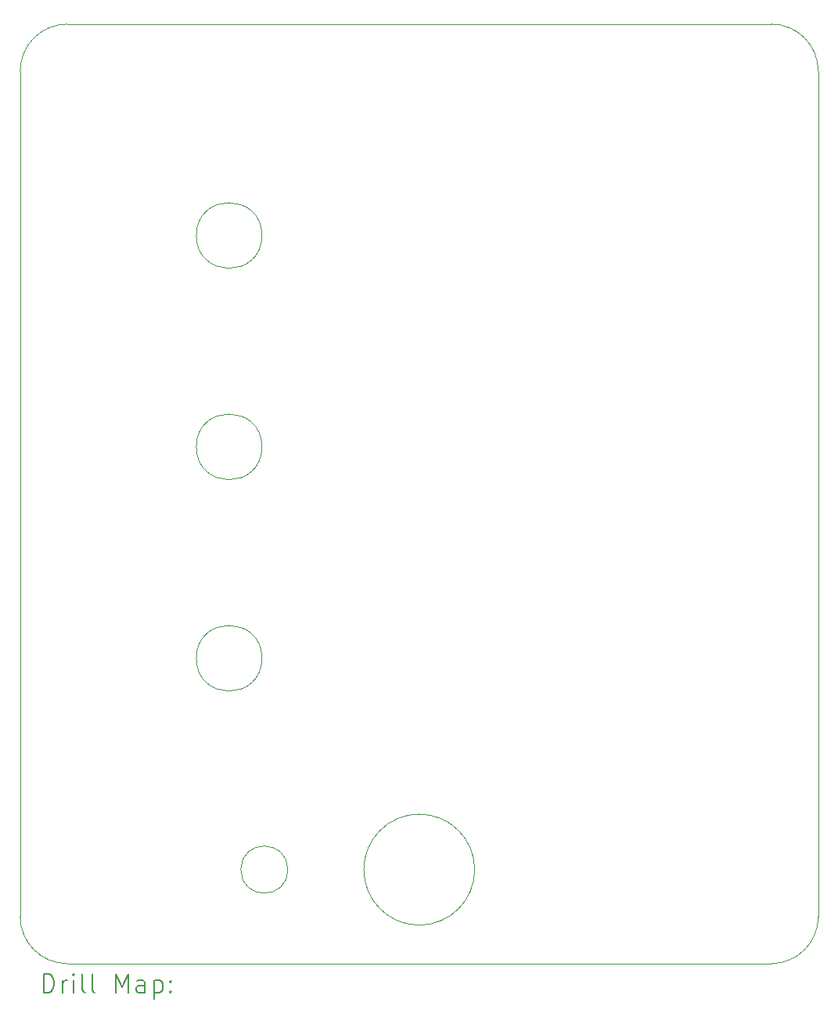
<source format=gbr>
%FSLAX45Y45*%
G04 Gerber Fmt 4.5, Leading zero omitted, Abs format (unit mm)*
G04 Created by KiCad (PCBNEW 6.0.5+dfsg-1~bpo11+1) date 2022-10-16 01:22:10*
%MOMM*%
%LPD*%
G01*
G04 APERTURE LIST*
%TA.AperFunction,Profile*%
%ADD10C,0.050000*%
%TD*%
%ADD11C,0.200000*%
G04 APERTURE END LIST*
D10*
X13309000Y-12192000D02*
G75*
G03*
X13309000Y-12192000I-355000J0D01*
G01*
X18821400Y-15494000D02*
G75*
G03*
X19329400Y-14986000I0J508000D01*
G01*
X10693400Y-14986000D02*
G75*
G03*
X11201400Y-15494000I508000J0D01*
G01*
X11201400Y-5334000D02*
G75*
G03*
X10693400Y-5842000I0J-508000D01*
G01*
X19329400Y-14986000D02*
X19329400Y-5842000D01*
X10693400Y-5842000D02*
X10693400Y-14986000D01*
X18821400Y-5334000D02*
X11201400Y-5334000D01*
X15611400Y-14478000D02*
G75*
G03*
X15611400Y-14478000I-600000J0D01*
G01*
X13309000Y-7620000D02*
G75*
G03*
X13309000Y-7620000I-355000J0D01*
G01*
X13590000Y-14478000D02*
G75*
G03*
X13590000Y-14478000I-255000J0D01*
G01*
X19329400Y-5842000D02*
G75*
G03*
X18821400Y-5334000I-508000J0D01*
G01*
X11201400Y-15494000D02*
X18821400Y-15494000D01*
X13309000Y-9906000D02*
G75*
G03*
X13309000Y-9906000I-355000J0D01*
G01*
D11*
X10948519Y-15806976D02*
X10948519Y-15606976D01*
X10996138Y-15606976D01*
X11024710Y-15616500D01*
X11043757Y-15635548D01*
X11053281Y-15654595D01*
X11062805Y-15692690D01*
X11062805Y-15721262D01*
X11053281Y-15759357D01*
X11043757Y-15778405D01*
X11024710Y-15797452D01*
X10996138Y-15806976D01*
X10948519Y-15806976D01*
X11148519Y-15806976D02*
X11148519Y-15673643D01*
X11148519Y-15711738D02*
X11158043Y-15692690D01*
X11167567Y-15683167D01*
X11186614Y-15673643D01*
X11205662Y-15673643D01*
X11272328Y-15806976D02*
X11272328Y-15673643D01*
X11272328Y-15606976D02*
X11262805Y-15616500D01*
X11272328Y-15626024D01*
X11281852Y-15616500D01*
X11272328Y-15606976D01*
X11272328Y-15626024D01*
X11396138Y-15806976D02*
X11377090Y-15797452D01*
X11367567Y-15778405D01*
X11367567Y-15606976D01*
X11500900Y-15806976D02*
X11481852Y-15797452D01*
X11472328Y-15778405D01*
X11472328Y-15606976D01*
X11729471Y-15806976D02*
X11729471Y-15606976D01*
X11796138Y-15749833D01*
X11862805Y-15606976D01*
X11862805Y-15806976D01*
X12043757Y-15806976D02*
X12043757Y-15702214D01*
X12034233Y-15683167D01*
X12015186Y-15673643D01*
X11977090Y-15673643D01*
X11958043Y-15683167D01*
X12043757Y-15797452D02*
X12024709Y-15806976D01*
X11977090Y-15806976D01*
X11958043Y-15797452D01*
X11948519Y-15778405D01*
X11948519Y-15759357D01*
X11958043Y-15740309D01*
X11977090Y-15730786D01*
X12024709Y-15730786D01*
X12043757Y-15721262D01*
X12138995Y-15673643D02*
X12138995Y-15873643D01*
X12138995Y-15683167D02*
X12158043Y-15673643D01*
X12196138Y-15673643D01*
X12215186Y-15683167D01*
X12224709Y-15692690D01*
X12234233Y-15711738D01*
X12234233Y-15768881D01*
X12224709Y-15787928D01*
X12215186Y-15797452D01*
X12196138Y-15806976D01*
X12158043Y-15806976D01*
X12138995Y-15797452D01*
X12319948Y-15787928D02*
X12329471Y-15797452D01*
X12319948Y-15806976D01*
X12310424Y-15797452D01*
X12319948Y-15787928D01*
X12319948Y-15806976D01*
X12319948Y-15683167D02*
X12329471Y-15692690D01*
X12319948Y-15702214D01*
X12310424Y-15692690D01*
X12319948Y-15683167D01*
X12319948Y-15702214D01*
M02*

</source>
